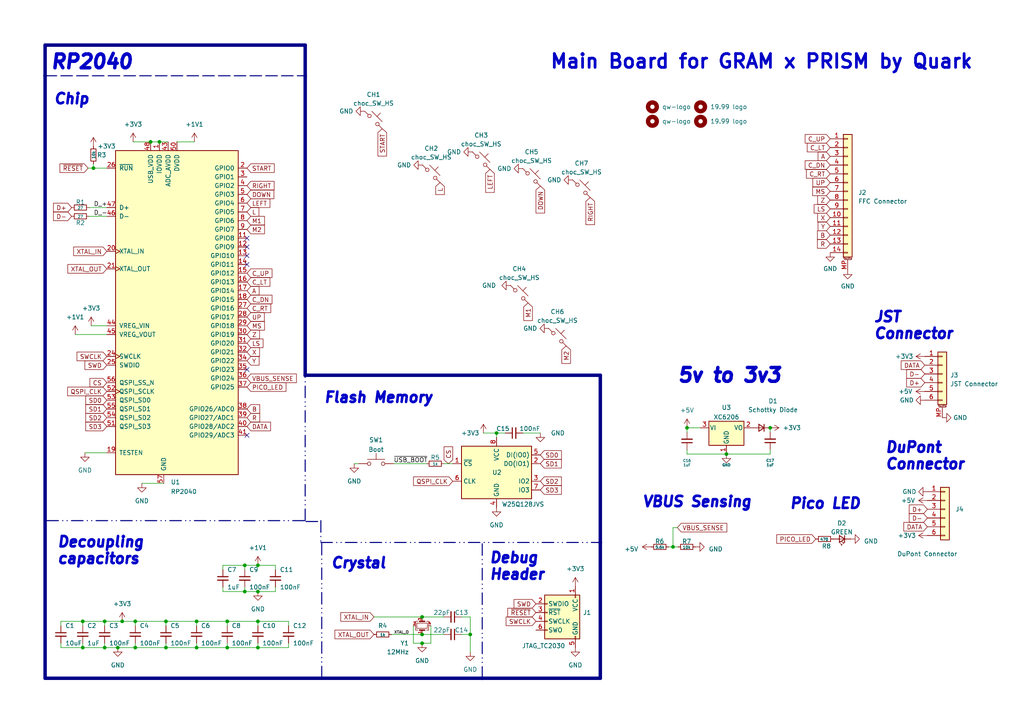
<source format=kicad_sch>
(kicad_sch (version 20230121) (generator eeschema)
  (paper "A4")
  (lib_symbols
    (symbol "Connector_Generic:Conn_01x06" (pin_names (offset 1.016) hide)
      (property "Reference" "J" (at 0 7.62 0))
      (property "Value" "Conn_01x06" (at 0 -10.16 0))
      (symbol "Conn_01x06_1_1"
        (pin passive line (at -5.08 5.08 0) (length 3.81) (name "Pin_1") (number "1"))
        (pin passive line (at -5.08 2.54 0) (length 3.81) (name "Pin_2") (number "2"))
        (pin passive line (at -5.08 0 0) (length 3.81) (name "Pin_3") (number "3"))
        (pin passive line (at -5.08 -2.54 0) (length 3.81) (name "Pin_4") (number "4"))
        (pin passive line (at -5.08 -5.08 0) (length 3.81) (name "Pin_5") (number "5"))
        (pin passive line (at -5.08 -7.62 0) (length 3.81) (name "Pin_6") (number "6"))
      )
    )
    (symbol "Connector_Generic_MountingPin:Conn_01x06_MountingPin" (pin_names (offset 1.016) hide)
      (property "Reference" "J" (at 0 7.62 0))
      (property "Value" "Conn_01x06_MountingPin" (at 1.27 -10.16 0))
      (symbol "Conn_01x06_MountingPin_1_1"
        (text "Mounting" (at 0 -9.271 0) (effects (font (size 0.381 0.381))))
        (pin passive line (at -5.08 5.08 0) (length 3.81) (name "Pin_1") (number "1"))
        (pin passive line (at -5.08 2.54 0) (length 3.81) (name "Pin_2") (number "2"))
        (pin passive line (at -5.08 0 0) (length 3.81) (name "Pin_3") (number "3"))
        (pin passive line (at -5.08 -2.54 0) (length 3.81) (name "Pin_4") (number "4"))
        (pin passive line (at -5.08 -5.08 0) (length 3.81) (name "Pin_5") (number "5"))
        (pin passive line (at -5.08 -7.62 0) (length 3.81) (name "Pin_6") (number "6"))
        (pin passive line (at 0 -12.7 90) (length 3.048) (name "MountPin") (number "MP"))
      )
    )
    (symbol "Connector_Generic_MountingPin:Conn_01x14_MountingPin" (pin_names (offset 1.016) hide)
      (property "Reference" "J" (at 0 17.78 0))
      (property "Value" "Conn_01x14_MountingPin" (at 1.27 -20.32 0))
      (symbol "Conn_01x14_MountingPin_1_1"
        (text "Mounting" (at 0 -19.431 0) (effects (font (size 0.381 0.381))))
        (pin passive line (at -5.08 15.24 0) (length 3.81) (name "Pin_1") (number "1"))
        (pin passive line (at -5.08 -7.62 0) (length 3.81) (name "Pin_10") (number "10"))
        (pin passive line (at -5.08 -10.16 0) (length 3.81) (name "Pin_11") (number "11"))
        (pin passive line (at -5.08 -12.7 0) (length 3.81) (name "Pin_12") (number "12"))
        (pin passive line (at -5.08 -15.24 0) (length 3.81) (name "Pin_13") (number "13"))
        (pin passive line (at -5.08 -17.78 0) (length 3.81) (name "Pin_14") (number "14"))
        (pin passive line (at -5.08 12.7 0) (length 3.81) (name "Pin_2") (number "2"))
        (pin passive line (at -5.08 10.16 0) (length 3.81) (name "Pin_3") (number "3"))
        (pin passive line (at -5.08 7.62 0) (length 3.81) (name "Pin_4") (number "4"))
        (pin passive line (at -5.08 5.08 0) (length 3.81) (name "Pin_5") (number "5"))
        (pin passive line (at -5.08 2.54 0) (length 3.81) (name "Pin_6") (number "6"))
        (pin passive line (at -5.08 0 0) (length 3.81) (name "Pin_7") (number "7"))
        (pin passive line (at -5.08 -2.54 0) (length 3.81) (name "Pin_8") (number "8"))
        (pin passive line (at -5.08 -5.08 0) (length 3.81) (name "Pin_9") (number "9"))
        (pin passive line (at 0 -22.86 90) (length 3.048) (name "MountPin") (number "MP"))
      )
    )
    (symbol "Device:C_Small" (pin_numbers hide) (pin_names (offset 0.254) hide)
      (property "Reference" "C" (at 0.254 1.778 0))
      (property "Value" "C_Small" (at 0.254 -2.032 0))
      (symbol "C_Small_1_1"
        (pin passive line (at 0 2.54 270) (length 2.032) (name "~") (number "1"))
        (pin passive line (at 0 -2.54 90) (length 2.032) (name "~") (number "2"))
      )
    )
    (symbol "Device:Crystal_GND24_Small" (pin_names (offset 1.016) hide)
      (property "Reference" "Y" (at 1.27 4.445 0))
      (property "Value" "Crystal_GND24_Small" (at 1.27 2.54 0))
      (symbol "Crystal_GND24_Small_1_1"
        (pin passive line (at -2.54 0 0) (length 1.27) (name "1") (number "1"))
        (pin passive line (at 0 -2.54 90) (length 0.635) (name "2") (number "2"))
        (pin passive line (at 2.54 0 180) (length 1.27) (name "3") (number "3"))
        (pin passive line (at 0 2.54 270) (length 0.635) (name "4") (number "4"))
      )
    )
    (symbol "Device:D_Small" (pin_numbers hide) (pin_names (offset 0.254) hide)
      (property "Reference" "D" (at -1.27 2.032 0))
      (property "Value" "D_Small" (at -3.81 -2.032 0))
      (symbol "D_Small_1_1"
        (pin passive line (at -2.54 0 0) (length 1.778) (name "K") (number "1"))
        (pin passive line (at 2.54 0 180) (length 1.778) (name "A") (number "2"))
      )
    )
    (symbol "Device:LED_Small" (pin_numbers hide) (pin_names (offset 0.254) hide)
      (property "Reference" "D" (at -1.27 3.175 0))
      (property "Value" "LED_Small" (at -4.445 -2.54 0))
      (symbol "LED_Small_1_1"
        (pin passive line (at -2.54 0 0) (length 1.778) (name "K") (number "1"))
        (pin passive line (at 2.54 0 180) (length 1.778) (name "A") (number "2"))
      )
    )
    (symbol "Device:R_Small" (pin_numbers hide) (pin_names (offset 0.254) hide)
      (property "Reference" "R" (at 0.762 0.508 0))
      (property "Value" "R_Small" (at 0.762 -1.016 0))
      (symbol "R_Small_1_1"
        (pin passive line (at 0 2.54 270) (length 0.762) (name "~") (number "1"))
        (pin passive line (at 0 -2.54 90) (length 0.762) (name "~") (number "2"))
      )
    )
    (symbol "GND_1" (power) (pin_names (offset 0))
      (property "Value" "GND_1" (at 0 -3.81 0))
      (symbol "GND_1_1_1"
        (pin power_in line (at 0 0 270) (length 0) hide (name "GND") (number "1"))
      )
    )
    (symbol "GND_2" (power) (pin_names (offset 0))
      (property "Value" "GND_2" (at 0 -3.81 0))
      (symbol "GND_2_1_1"
        (pin power_in line (at 0 0 270) (length 0) hide (name "GND") (number "1"))
      )
    )
    (symbol "Mechanical:MountingHole" (pin_names (offset 1.016))
      (property "Reference" "H" (at 0 5.08 0))
      (property "Value" "MountingHole" (at 0 3.175 0))
    )
    (symbol "Memory_Flash:W25Q128JVS"
      (property "Reference" "U" (at -8.89 8.89 0))
      (property "Value" "W25Q128JVS" (at 7.62 8.89 0))
      (symbol "W25Q128JVS_1_1"
        (pin input line (at -12.7 2.54 0) (length 2.54) (name "~{CS}") (number "1"))
        (pin bidirectional line (at 12.7 2.54 180) (length 2.54) (name "DO(IO1)") (number "2"))
        (pin bidirectional line (at 12.7 -2.54 180) (length 2.54) (name "IO2") (number "3"))
        (pin power_in line (at 0 -10.16 90) (length 2.54) (name "GND") (number "4"))
        (pin bidirectional line (at 12.7 5.08 180) (length 2.54) (name "DI(IO0)") (number "5"))
        (pin input line (at -12.7 -2.54 0) (length 2.54) (name "CLK") (number "6"))
        (pin bidirectional line (at 12.7 -5.08 180) (length 2.54) (name "IO3") (number "7"))
        (pin power_in line (at 0 10.16 270) (length 2.54) (name "VCC") (number "8"))
      )
    )
    (symbol "PCM_marbastlib-choc:choc_SW_HS" (pin_numbers hide) (pin_names (offset 1.016) hide)
      (property "Reference" "CH" (at 3.048 1.016 0))
      (property "Value" "choc_SW_HS" (at 0 -3.81 0))
      (symbol "choc_SW_HS_0_1"
        (pin passive line (at -2.54 2.54 0) (length 0) (name "1") (number "1"))
        (pin passive line (at 2.54 -2.54 180) (length 0) (name "2") (number "2"))
      )
    )
    (symbol "Regulator_Linear:XC6206PxxxMR" (pin_names (offset 0.254))
      (property "Reference" "U" (at -3.81 3.175 0))
      (property "Value" "XC6206PxxxMR" (at 0 3.175 0))
      (symbol "XC6206PxxxMR_1_1"
        (pin power_in line (at 0 -7.62 90) (length 2.54) (name "GND") (number "1"))
        (pin power_out line (at 7.62 0 180) (length 2.54) (name "VO") (number "2"))
        (pin power_in line (at -7.62 0 0) (length 2.54) (name "VI") (number "3"))
      )
    )
    (symbol "Sleep-lib:RP2040" (pin_names (offset 1.016))
      (property "Reference" "U" (at 8.89 51.435 0))
      (property "Value" "RP2040" (at 8.89 48.895 0))
      (symbol "RP2040_1_1"
        (pin power_in line (at -5.08 50.8 270) (length 2.54) (name "IOVDD") (number "1"))
        (pin power_in line (at -5.08 50.8 270) (length 2.54) hide (name "IOVDD") (number "10"))
        (pin input line (at 20.32 22.86 180) (length 2.54) (name "GPIO8") (number "11"))
        (pin input line (at 20.32 20.32 180) (length 2.54) (name "GPIO9") (number "12"))
        (pin input line (at 20.32 17.78 180) (length 2.54) (name "GPIO10") (number "13"))
        (pin input line (at 20.32 15.24 180) (length 2.54) (name "GPIO11") (number "14"))
        (pin input line (at 20.32 12.7 180) (length 2.54) (name "GPIO12") (number "15"))
        (pin input line (at 20.32 10.16 180) (length 2.54) (name "GPIO13") (number "16"))
        (pin input line (at 20.32 7.62 180) (length 2.54) (name "GPIO14") (number "17"))
        (pin input line (at 20.32 5.08 180) (length 2.54) (name "GPIO15") (number "18"))
        (pin input line (at -20.32 -39.37 0) (length 2.54) (name "TESTEN") (number "19"))
        (pin input line (at 20.32 43.18 180) (length 2.54) (name "GPIO0") (number "2"))
        (pin input clock (at -20.32 19.05 0) (length 2.54) (name "XTAL_IN") (number "20"))
        (pin input clock (at -20.32 13.97 0) (length 2.54) (name "XTAL_OUT") (number "21"))
        (pin power_in line (at -5.08 50.8 270) (length 2.54) hide (name "IOVDD") (number "22"))
        (pin power_in line (at 0 50.8 270) (length 2.54) hide (name "DVDD") (number "23"))
        (pin input clock (at -20.32 -11.43 0) (length 2.54) (name "SWCLK") (number "24"))
        (pin bidirectional line (at -20.32 -13.97 0) (length 2.54) (name "SWDIO") (number "25"))
        (pin input line (at -20.32 43.18 0) (length 2.54) (name "~{RUN}") (number "26"))
        (pin input line (at 20.32 2.54 180) (length 2.54) (name "GPIO16") (number "27"))
        (pin input line (at 20.32 0 180) (length 2.54) (name "GPIO17") (number "28"))
        (pin input line (at 20.32 -2.54 180) (length 2.54) (name "GPIO18") (number "29"))
        (pin input line (at 20.32 40.64 180) (length 2.54) (name "GPIO1") (number "3"))
        (pin input line (at 20.32 -5.08 180) (length 2.54) (name "GPIO19") (number "30"))
        (pin input line (at 20.32 -7.62 180) (length 2.54) (name "GPIO20") (number "31"))
        (pin input line (at 20.32 -10.16 180) (length 2.54) (name "GPIO21") (number "32"))
        (pin power_in line (at -5.08 50.8 270) (length 2.54) hide (name "IOVDD") (number "33"))
        (pin input line (at 20.32 -12.7 180) (length 2.54) (name "GPIO22") (number "34"))
        (pin input line (at 20.32 -15.24 180) (length 2.54) (name "GPIO23") (number "35"))
        (pin input line (at 20.32 -17.78 180) (length 2.54) (name "GPIO24") (number "36"))
        (pin input line (at 20.32 -20.32 180) (length 2.54) (name "GPIO25") (number "37"))
        (pin input line (at 20.32 -26.67 180) (length 2.54) (name "GPIO26/ADC0") (number "38"))
        (pin input line (at 20.32 -29.21 180) (length 2.54) (name "GPIO27/ADC1") (number "39"))
        (pin input line (at 20.32 38.1 180) (length 2.54) (name "GPIO2") (number "4"))
        (pin input line (at 20.32 -31.75 180) (length 2.54) (name "GPIO28/ADC2") (number "40"))
        (pin input line (at 20.32 -34.29 180) (length 2.54) (name "GPIO29/ADC3") (number "41"))
        (pin power_in line (at -5.08 50.8 270) (length 2.54) hide (name "IOVDD") (number "42"))
        (pin power_in line (at -2.54 50.8 270) (length 2.54) (name "ADC_AVDD") (number "43"))
        (pin power_in line (at -20.32 -2.54 0) (length 2.54) (name "VREG_VIN") (number "44"))
        (pin power_out line (at -20.32 -5.08 0) (length 2.54) (name "VREG_VOUT") (number "45"))
        (pin bidirectional line (at -20.32 29.21 0) (length 2.54) (name "D-") (number "46"))
        (pin bidirectional line (at -20.32 31.75 0) (length 2.54) (name "D+") (number "47"))
        (pin power_in line (at -7.62 50.8 270) (length 2.54) (name "USB_VDD") (number "48"))
        (pin power_in line (at -5.08 50.8 270) (length 2.54) hide (name "IOVDD") (number "49"))
        (pin input line (at 20.32 35.56 180) (length 2.54) (name "GPIO3") (number "5"))
        (pin power_in line (at 0 50.8 270) (length 2.54) (name "DVDD") (number "50"))
        (pin bidirectional line (at -20.32 -31.75 0) (length 2.54) (name "QSPI_SD3") (number "51"))
        (pin input clock (at -20.32 -21.59 0) (length 2.54) (name "QSPI_SCLK") (number "52"))
        (pin bidirectional line (at -20.32 -24.13 0) (length 2.54) (name "QSPI_SD0") (number "53"))
        (pin bidirectional line (at -20.32 -29.21 0) (length 2.54) (name "QSPI_SD2") (number "54"))
        (pin bidirectional line (at -20.32 -26.67 0) (length 2.54) (name "QSPI_SD1") (number "55"))
        (pin bidirectional line (at -20.32 -19.05 0) (length 2.54) (name "QSPI_SS_N") (number "56"))
        (pin power_in line (at -3.81 -48.26 90) (length 2.54) (name "GND") (number "57"))
        (pin input line (at 20.32 33.02 180) (length 2.54) (name "GPIO4") (number "6"))
        (pin input line (at 20.32 30.48 180) (length 2.54) (name "GPIO5") (number "7"))
        (pin input line (at 20.32 27.94 180) (length 2.54) (name "GPIO6") (number "8"))
        (pin input line (at 20.32 25.4 180) (length 2.54) (name "GPIO7") (number "9"))
      )
    )
    (symbol "Switch:SW_Push" (pin_numbers hide) (pin_names (offset 1.016) hide)
      (property "Reference" "SW" (at 1.27 2.54 0))
      (property "Value" "SW_Push" (at 0 -1.524 0))
      (symbol "SW_Push_0_1"
        (pin passive line (at -5.08 0 0) (length 2.54) (name "1") (number "1"))
        (pin passive line (at 5.08 0 180) (length 2.54) (name "2") (number "2"))
      )
    )
    (symbol "marbastlib-various:JTAG_TC2030" (pin_names (offset 1.016))
      (property "Reference" "J" (at -3.81 -6.35 0))
      (property "Value" "JTAG_TC2030" (at -10.16 8.89 0))
      (symbol "JTAG_TC2030_1_1"
        (pin passive line (at 5.08 10.16 270) (length 2.54) (name "VCC") (number "1"))
        (pin passive line (at -6.35 5.08 0) (length 2.54) (name "SWDIO") (number "2"))
        (pin passive line (at -6.35 2.54 0) (length 2.54) (name "~{RST}") (number "3"))
        (pin passive line (at -6.35 0 0) (length 2.54) (name "SWCLK") (number "4"))
        (pin passive line (at 5.08 -7.62 90) (length 2.54) (name "GND") (number "5"))
        (pin passive line (at -6.35 -2.54 0) (length 2.54) (name "SWO") (number "6"))
      )
    )
    (symbol "power:+1V1" (power) (pin_names (offset 0))
      (property "Value" "+1V1" (at 0 3.556 0))
      (symbol "+1V1_1_1"
        (pin power_in line (at 0 0 90) (length 0) hide (name "+1V1") (number "1"))
      )
    )
    (symbol "power:+3.3V" (power) (pin_names (offset 0))
      (property "Value" "+3.3V" (at 0 3.556 0))
      (symbol "+3.3V_1_1"
        (pin power_in line (at 0 0 90) (length 0) hide (name "+3V3") (number "1"))
      )
    )
    (symbol "power:+3V3" (power) (pin_names (offset 0))
      (property "Value" "+3V3" (at 0 3.556 0))
      (symbol "+3V3_1_1"
        (pin power_in line (at 0 0 90) (length 0) hide (name "+3V3") (number "1"))
      )
    )
    (symbol "power:+5V" (power) (pin_names (offset 0))
      (property "Value" "+5V" (at 0 3.556 0))
      (symbol "+5V_1_1"
        (pin power_in line (at 0 0 90) (length 0) hide (name "+5V") (number "1"))
      )
    )
    (symbol "power:GND" (power) (pin_names (offset 0))
      (property "Value" "GND" (at 0 -3.81 0))
      (symbol "GND_1_1"
        (pin power_in line (at 0 0 270) (length 0) hide (name "GND") (number "1"))
      )
    )
  )
  (junction (at 223.393 124.079))
  (junction (at 199.263 124.079) (diameter 0.9144))
  (junction (at 30.353 187.833))
  (junction (at 74.803 187.833))
  (junction (at 65.913 180.213))
  (junction (at 88.519 21.971))
  (junction (at 144.018 125.603))
  (junction (at 174.117 157.3361))
  (junction (at 70.993 171.577))
  (junction (at 57.023 187.833))
  (junction (at 74.803 180.213))
  (junction (at 210.693 131.699) (diameter 0.9144))
  (junction (at 48.133 180.213))
  (junction (at 48.133 187.833))
  (junction (at 136.398 184.023))
  (junction (at 65.913 187.833))
  (junction (at 57.023 180.213))
  (junction (at 46.228 41.148))
  (junction (at 70.993 163.957))
  (junction (at 13.081 21.971))
  (junction (at 195.199 158.623))
  (junction (at 43.688 41.148))
  (junction (at 27.0952 48.768))
  (junction (at 24.003 187.833))
  (junction (at 24.003 180.213))
  (junction (at 122.428 186.563))
  (junction (at 122.428 184.023))
  (junction (at 34.163 187.833))
  (junction (at 139.874 196.723))
  (junction (at 35.433 180.213))
  (junction (at 74.803 171.577))
  (junction (at 88.519 108.839))
  (junction (at 39.243 187.833))
  (junction (at 122.428 178.943))
  (junction (at 74.803 163.957))
  (junction (at 39.243 180.213))
  (junction (at 30.353 180.213))
  (no_connect (at 71.628 126.238))
  (no_connect (at 71.628 69.088))
  (no_connect (at 71.628 71.628))
  (no_connect (at 71.628 76.708))
  (no_connect (at 71.628 107.188))
  (no_connect (at 71.628 74.168))
  (wire (pts (xy 210.693 131.699) (xy 223.393 131.699)))
  (wire (pts (xy 74.803 171.577) (xy 79.883 171.577)))
  (bus (pts (xy 139.874 196.723) (xy 174.117 196.723)) (stroke (width 1)))
  (wire (pts (xy 136.398 184.023) (xy 133.858 184.023)))
  (wire (pts (xy 48.133 187.833) (xy 48.133 186.563)))
  (bus (pts (xy 13.081 196.723) (xy 139.874 196.723)) (stroke (width 1)))
  (wire (pts (xy 70.993 171.577) (xy 74.803 171.577)))
  (bus (pts (xy 13.081 21.971) (xy 13.081 196.723)) (stroke (width 1)))
  (bus (pts (xy 93.0582 151.003) (xy 93.0582 157.3361)) (stroke (width 0) (type dash_dot_dot)))
  (wire (pts (xy 38.608 41.148) (xy 43.688 41.148)))
  (wire (pts (xy 195.199 158.623) (xy 196.6468 158.623)))
  (bus (pts (xy 88.519 13.081) (xy 88.519 21.971)) (stroke (width 1)))
  (wire (pts (xy 74.803 180.213) (xy 83.693 180.213)))
  (wire (pts (xy 70.993 163.957) (xy 70.993 165.227)))
  (bus (pts (xy 174.117 157.3361) (xy 174.117 157.353)))
  (wire (pts (xy 43.688 41.148) (xy 46.228 41.148)))
  (wire (pts (xy 51.308 41.148) (xy 56.388 41.148)))
  (wire (pts (xy 124.968 181.483) (xy 124.968 186.563)))
  (bus (pts (xy 88.519 21.971) (xy 88.519 108.839)) (stroke (width 1)))
  (wire (pts (xy 30.988 97.028) (xy 21.8186 97.028)))
  (wire (pts (xy 79.883 163.957) (xy 79.883 165.227)))
  (wire (pts (xy 223.393 130.4036) (xy 223.393 131.699)))
  (wire (pts (xy 74.803 163.957) (xy 79.883 163.957)))
  (wire (pts (xy 34.163 187.833) (xy 39.243 187.833)))
  (wire (pts (xy 65.913 180.213) (xy 74.803 180.213)))
  (wire (pts (xy 199.263 130.429) (xy 199.263 131.699)))
  (wire (pts (xy 17.653 180.213) (xy 24.003 180.213)))
  (wire (pts (xy 119.888 181.483) (xy 119.888 186.563)))
  (wire (pts (xy 133.858 178.943) (xy 136.398 178.943)))
  (wire (pts (xy 79.883 171.577) (xy 79.883 170.307)))
  (wire (pts (xy 27.0952 47.498) (xy 27.0952 48.768)))
  (wire (pts (xy 102.743 134.493) (xy 104.013 134.493)))
  (wire (pts (xy 144.018 125.603) (xy 144.018 126.873)))
  (bus (pts (xy 93.3122 157.5901) (xy 93.3122 196.977)) (stroke (width 0) (type dash_dot_dot)))
  (wire (pts (xy 74.803 180.213) (xy 74.803 181.483)))
  (wire (pts (xy 128.778 134.493) (xy 131.318 134.493)))
  (wire (pts (xy 140.208 125.603) (xy 144.018 125.603)))
  (wire (pts (xy 151.638 125.603) (xy 156.718 125.603)))
  (wire (pts (xy 46.228 41.148) (xy 48.768 41.148)))
  (wire (pts (xy 108.458 178.943) (xy 122.428 178.943)))
  (wire (pts (xy 57.023 180.213) (xy 65.913 180.213)))
  (wire (pts (xy 64.643 163.957) (xy 64.643 165.227)))
  (wire (pts (xy 39.243 187.833) (xy 48.133 187.833)))
  (bus (pts (xy 139.874 196.723) (xy 139.874 157.353)) (stroke (width 0) (type dash_dot_dot)))
  (wire (pts (xy 30.353 186.563) (xy 30.353 187.833)))
  (bus (pts (xy 88.519 151.003) (xy 88.519 108.839)) (stroke (width 0) (type dash_dot_dot)))
  (bus (pts (xy 13.081 13.081) (xy 13.081 21.971)) (stroke (width 1)))
  (wire (pts (xy 128.778 184.023) (xy 122.428 184.023)))
  (wire (pts (xy 70.993 170.307) (xy 70.993 171.577)))
  (wire (pts (xy 17.653 187.833) (xy 24.003 187.833)))
  (wire (pts (xy 17.653 181.483) (xy 17.653 180.213)))
  (wire (pts (xy 210.693 131.699) (xy 199.263 131.699)))
  (wire (pts (xy 25.5523 48.768) (xy 27.0952 48.768)))
  (wire (pts (xy 136.398 178.943) (xy 136.398 184.023)))
  (wire (pts (xy 74.803 187.833) (xy 83.693 187.833)))
  (bus (pts (xy 174.117 157.3361) (xy 174.117 108.839)) (stroke (width 1)))
  (wire (pts (xy 25.8572 62.738) (xy 30.988 62.738)))
  (wire (pts (xy 24.003 187.833) (xy 30.353 187.833)))
  (wire (pts (xy 57.023 186.563) (xy 57.023 187.833)))
  (wire (pts (xy 119.888 186.563) (xy 122.428 186.563)))
  (wire (pts (xy 39.243 187.833) (xy 39.243 186.563)))
  (wire (pts (xy 48.133 187.833) (xy 57.023 187.833)))
  (bus (pts (xy 13.081 21.971) (xy 88.519 21.971)) (stroke (width 0) (type dash)))
  (wire (pts (xy 83.693 180.213) (xy 83.693 181.483)))
  (wire (pts (xy 24.003 180.213) (xy 24.003 181.483)))
  (wire (pts (xy 65.913 187.833) (xy 74.803 187.833)))
  (wire (pts (xy 136.398 184.023) (xy 136.398 189.103)))
  (bus (pts (xy 13.589 151.003) (xy 88.519 151.003)) (stroke (width 0) (type dash_dot_dot)))
  (wire (pts (xy 39.243 180.213) (xy 48.133 180.213)))
  (wire (pts (xy 74.803 187.833) (xy 74.803 186.563)))
  (wire (pts (xy 48.133 180.213) (xy 57.023 180.213)))
  (wire (pts (xy 65.913 180.213) (xy 65.913 181.483)))
  (wire (pts (xy 70.993 163.957) (xy 64.643 163.957)))
  (wire (pts (xy 30.353 180.213) (xy 30.353 181.483)))
  (wire (pts (xy 27.0952 48.768) (xy 30.988 48.768)))
  (bus (pts (xy 88.519 108.839) (xy 174.117 108.839)) (stroke (width 1)))
  (wire (pts (xy 65.913 186.563) (xy 65.913 187.833)))
  (wire (pts (xy 57.023 187.833) (xy 65.913 187.833)))
  (wire (pts (xy 199.263 124.079) (xy 199.263 125.349)))
  (wire (pts (xy 195.199 153.035) (xy 195.199 158.623)))
  (wire (pts (xy 144.018 125.603) (xy 146.558 125.603)))
  (wire (pts (xy 74.803 163.957) (xy 70.993 163.957)))
  (wire (pts (xy 199.263 124.079) (xy 203.073 124.079)))
  (wire (pts (xy 57.023 180.213) (xy 57.023 181.483)))
  (wire (pts (xy 114.173 134.493) (xy 123.698 134.493)))
  (wire (pts (xy 30.353 187.833) (xy 34.163 187.833)))
  (wire (pts (xy 48.133 180.213) (xy 48.133 181.483)))
  (wire (pts (xy 26.4414 94.488) (xy 30.988 94.488)))
  (wire (pts (xy 35.433 180.213) (xy 39.243 180.213)))
  (wire (pts (xy 39.243 180.213) (xy 39.243 181.483)))
  (wire (pts (xy 41.148 140.208) (xy 47.498 140.208)))
  (wire (pts (xy 30.353 180.213) (xy 35.433 180.213)))
  (wire (pts (xy 193.929 158.623) (xy 195.199 158.623)))
  (wire (pts (xy 25.8572 60.198) (xy 30.988 60.198)))
  (wire (pts (xy 17.653 186.563) (xy 17.653 187.833)))
  (wire (pts (xy 64.643 170.307) (xy 64.643 171.577)))
  (bus (pts (xy 93.0582 157.3361) (xy 174.117 157.3361)) (stroke (width 0) (type dash_dot_dot)))
  (wire (pts (xy 223.393 125.3236) (xy 223.393 124.079)))
  (wire (pts (xy 64.643 171.577) (xy 70.993 171.577)))
  (wire (pts (xy 122.428 184.023) (xy 113.538 184.023)))
  (wire (pts (xy 24.003 186.563) (xy 24.003 187.833)))
  (wire (pts (xy 196.469 153.035) (xy 195.199 153.035)))
  (wire (pts (xy 30.353 180.213) (xy 24.003 180.213)))
  (wire (pts (xy 24.638 131.318) (xy 30.988 131.318)))
  (wire (pts (xy 128.778 178.943) (xy 122.428 178.943)))
  (bus (pts (xy 13.081 13.081) (xy 88.519 13.081)) (stroke (width 1)))
  (bus (pts (xy 174.117 196.723) (xy 174.117 157.3361)) (stroke (width 1)))
  (wire (pts (xy 83.693 187.833) (xy 83.693 186.563)))
  (bus (pts (xy 88.773 151.257) (xy 93.3122 151.257)) (stroke (width 0) (type dash_dot_dot)))
  (wire (pts (xy 124.968 186.563) (xy 122.428 186.563)))
  (text "Debug\nHeader" (at 141.732 168.529 0) (effects (font (size 3 3) (thickness 2) bold italic) (justify left bottom)))
  (text "5v to 3v3" (at 196.215 111.379 0) (effects (font (size 4 4) (thickness 2) bold italic) (justify left bottom)))
  (text "Chip" (at 15.367 30.607 0) (effects (font (size 3 3) (thickness 2) bold italic) (justify left bottom)))
  (text "Pico LED" (at 228.8032 147.955 0) (effects (font (size 3 3) (thickness 2) bold italic) (justify left bottom)))
  (text "Main Board for GRAM x PRISM by Quark" (at 282.448 20.32 0) (effects (font (size 4 4) (thickness 0.8) bold) (justify right bottom)))
  (text "JST\nConnector" (at 253.238 98.679 0) (effects (font (size 3 3) (thickness 2) bold italic) (justify left bottom)))
  (text "Flash Memory" (at 93.726 117.221 0) (effects (font (size 3 3) (thickness 2) bold italic) (justify left bottom)))
  (text "Decoupling\ncapacitors" (at 16.383 163.957 0) (effects (font (size 3 3) (thickness 2) bold italic) (justify left bottom)))
  (text "VBUS Sensing" (at 186.055 147.447 0) (effects (font (size 3 3) (thickness 2) bold italic) (justify left bottom)))
  (text "Crystal" (at 95.758 165.227 0) (effects (font (size 3 3) (thickness 2) bold italic) (justify left bottom)))
  (text "RP2040" (at 14.351 20.447 0) (effects (font (size 4 4) (thickness 2) bold italic) (justify left bottom)))
  (text "DuPont\nConnector" (at 256.54 136.525 0) (effects (font (size 3 3) (thickness 2) bold italic) (justify left bottom)))
  (label "D_-" (at 27.178 62.738 0))
  (label "D_+" (at 27.178 60.198 0))
  (label "~{USB_BOOT}" (at 114.173 134.493 0))
  (label "XTAL_O" (at 118.618 184.023 180) (effects (font (size 0.8 0.8))))
  (global_label "RIGHT" (shape input) (at 71.628 53.848 0) (property "Intersheetrefs" "${INTERSHEET_REFS}" (effects hide)))
  (global_label "C_LT" (shape input) (at 240.792 42.799 180) (property "Intersheetrefs" "${INTERSHEET_REFS}" (effects hide)))
  (global_label "DOWN" (shape input) (at 71.628 56.388 0) (property "Intersheetrefs" "${INTERSHEET_REFS}" (effects hide)))
  (global_label "START" (shape input) (at 71.628 48.768 0) (property "Intersheetrefs" "${INTERSHEET_REFS}" (effects hide)))
  (global_label "C_UP" (shape input) (at 240.792 40.259 180) (property "Intersheetrefs" "${INTERSHEET_REFS}" (effects hide)))
  (global_label "D+" (shape input) (at 268.224 110.998 180) (property "Intersheetrefs" "${INTERSHEET_REFS}" (effects hide)))
  (global_label "LS" (shape input) (at 71.628 99.568 0) (property "Intersheetrefs" "${INTERSHEET_REFS}" (effects hide)))
  (global_label "DOWN" (shape input) (at 156.718 53.975 270) (property "Intersheetrefs" "${INTERSHEET_REFS}" (effects hide)))
  (global_label "C_DN" (shape input) (at 71.628 86.868 0) (property "Intersheetrefs" "${INTERSHEET_REFS}" (effects hide)))
  (global_label "X" (shape input) (at 240.792 63.119 180) (property "Intersheetrefs" "${INTERSHEET_REFS}" (effects hide)))
  (global_label "D+" (shape input) (at 268.986 147.701 180) (property "Intersheetrefs" "${INTERSHEET_REFS}" (effects hide)))
  (global_label "DATA" (shape input) (at 268.986 152.781 180) (property "Intersheetrefs" "${INTERSHEET_REFS}" (effects hide)))
  (global_label "START" (shape input) (at 110.871 37.338 270) (property "Intersheetrefs" "${INTERSHEET_REFS}" (effects hide)))
  (global_label "UP" (shape input) (at 71.628 91.948 0) (property "Intersheetrefs" "${INTERSHEET_REFS}" (effects hide)))
  (global_label "C_RT" (shape input) (at 71.628 89.408 0) (property "Intersheetrefs" "${INTERSHEET_REFS}" (effects hide)))
  (global_label "Y" (shape input) (at 71.628 104.648 0) (property "Intersheetrefs" "${INTERSHEET_REFS}" (effects hide)))
  (global_label "SD0" (shape input) (at 30.988 116.078 180) (property "Intersheetrefs" "${INTERSHEET_REFS}" (effects hide)))
  (global_label "C_RT" (shape input) (at 240.792 50.419 180) (property "Intersheetrefs" "${INTERSHEET_REFS}" (effects hide)))
  (global_label "SD3" (shape input) (at 30.988 123.698 180) (property "Intersheetrefs" "${INTERSHEET_REFS}" (effects hide)))
  (global_label "SWD" (shape input) (at 30.988 105.918 180) (property "Intersheetrefs" "${INTERSHEET_REFS}" (effects hide)))
  (global_label "PICO_LED" (shape input) (at 71.628 112.268 0) (property "Intersheetrefs" "${INTERSHEET_REFS}" (effects hide)))
  (global_label "SD1" (shape input) (at 156.718 134.493 0) (property "Intersheetrefs" "${INTERSHEET_REFS}" (effects hide)))
  (global_label "DATA" (shape input) (at 268.224 105.918 180) (property "Intersheetrefs" "${INTERSHEET_REFS}" (effects hide)))
  (global_label "XTAL_OUT" (shape input) (at 30.988 77.978 180) (property "Intersheetrefs" "${INTERSHEET_REFS}" (effects hide)))
  (global_label "LEFT" (shape input) (at 142.113 49.149 270) (property "Intersheetrefs" "${INTERSHEET_REFS}" (effects hide)))
  (global_label "RIGHT" (shape input) (at 171.196 57.277 270) (property "Intersheetrefs" "${INTERSHEET_REFS}" (effects hide)))
  (global_label "M1" (shape input) (at 71.628 64.008 0) (property "Intersheetrefs" "${INTERSHEET_REFS}" (effects hide)))
  (global_label "A" (shape input) (at 240.792 45.339 180) (property "Intersheetrefs" "${INTERSHEET_REFS}" (effects hide)))
  (global_label "Y" (shape input) (at 240.792 65.659 180) (property "Intersheetrefs" "${INTERSHEET_REFS}" (effects hide)))
  (global_label "D-" (shape input) (at 268.224 108.458 180) (property "Intersheetrefs" "${INTERSHEET_REFS}" (effects hide)))
  (global_label "UP" (shape input) (at 240.792 52.959 180) (property "Intersheetrefs" "${INTERSHEET_REFS}" (effects hide)))
  (global_label "R" (shape input) (at 71.628 121.158 0) (property "Intersheetrefs" "${INTERSHEET_REFS}" (effects hide)))
  (global_label "M2" (shape input) (at 164.211 100.33 270) (property "Intersheetrefs" "${INTERSHEET_REFS}" (effects hide)))
  (global_label "D-" (shape input) (at 20.7772 62.738 180) (property "Intersheetrefs" "${INTERSHEET_REFS}" (effects hide)))
  (global_label "D-" (shape input) (at 268.986 150.241 180) (property "Intersheetrefs" "${INTERSHEET_REFS}" (effects hide)))
  (global_label "C_UP" (shape input) (at 71.628 79.248 0) (property "Intersheetrefs" "${INTERSHEET_REFS}" (effects hide)))
  (global_label "SWD" (shape input) (at 155.448 175.133 180) (property "Intersheetrefs" "${INTERSHEET_REFS}" (effects hide)))
  (global_label "B" (shape input) (at 71.628 118.618 0) (property "Intersheetrefs" "${INTERSHEET_REFS}" (effects hide)))
  (global_label "M2" (shape input) (at 71.628 66.548 0) (property "Intersheetrefs" "${INTERSHEET_REFS}" (effects hide)))
  (global_label "SD1" (shape input) (at 30.988 118.618 180) (property "Intersheetrefs" "${INTERSHEET_REFS}" (effects hide)))
  (global_label "M1" (shape input) (at 153.162 87.884 270) (property "Intersheetrefs" "${INTERSHEET_REFS}" (effects hide)))
  (global_label "~{RESET}" (shape input) (at 155.448 177.673 180) (property "Intersheetrefs" "${INTERSHEET_REFS}" (effects hide)))
  (global_label "QSPI_CLK" (shape input) (at 30.988 113.538 180) (property "Intersheetrefs" "${INTERSHEET_REFS}" (effects hide)))
  (global_label "LS" (shape input) (at 240.792 60.579 180) (property "Intersheetrefs" "${INTERSHEET_REFS}" (effects hide)))
  (global_label "SWCLK" (shape input) (at 155.448 180.213 180) (property "Intersheetrefs" "${INTERSHEET_REFS}" (effects hide)))
  (global_label "B" (shape input) (at 240.792 68.199 180) (property "Intersheetrefs" "${INTERSHEET_REFS}" (effects hide)))
  (global_label "SD2" (shape input) (at 30.988 121.158 180) (property "Intersheetrefs" "${INTERSHEET_REFS}" (effects hide)))
  (global_label "XTAL_OUT" (shape input) (at 108.458 184.023 180) (property "Intersheetrefs" "${INTERSHEET_REFS}" (effects hide)))
  (global_label "SD3" (shape input) (at 156.718 142.113 0) (property "Intersheetrefs" "${INTERSHEET_REFS}" (effects hide)))
  (global_label "~{RESET}" (shape input) (at 25.5523 48.768 180) (property "Intersheetrefs" "${INTERSHEET_REFS}" (effects hide)))
  (global_label "QSPI_CLK" (shape input) (at 131.318 139.573 180) (property "Intersheetrefs" "${INTERSHEET_REFS}" (effects hide)))
  (global_label "Z" (shape input) (at 71.628 97.028 0) (property "Intersheetrefs" "${INTERSHEET_REFS}" (effects hide)))
  (global_label "PICO_LED" (shape input) (at 236.601 156.337 180) (property "Intersheetrefs" "${INTERSHEET_REFS}" (effects hide)))
  (global_label "VBUS_SENSE" (shape input) (at 71.628 109.728 0) (property "Intersheetrefs" "${INTERSHEET_REFS}" (effects hide)))
  (global_label "D+" (shape input) (at 20.7772 60.198 180) (property "Intersheetrefs" "${INTERSHEET_REFS}" (effects hide)))
  (global_label "L" (shape input) (at 71.628 61.468 0) (property "Intersheetrefs" "${INTERSHEET_REFS}" (effects hide)))
  (global_label "X" (shape input) (at 71.628 102.108 0) (property "Intersheetrefs" "${INTERSHEET_REFS}" (effects hide)))
  (global_label "C_DN" (shape input) (at 240.792 47.879 180) (property "Intersheetrefs" "${INTERSHEET_REFS}" (effects hide)))
  (global_label "C_LT" (shape input) (at 71.628 81.788 0) (property "Intersheetrefs" "${INTERSHEET_REFS}" (effects hide)))
  (global_label "Z" (shape input) (at 240.792 58.039 180) (property "Intersheetrefs" "${INTERSHEET_REFS}" (effects hide)))
  (global_label "MS" (shape input) (at 240.792 55.499 180) (property "Intersheetrefs" "${INTERSHEET_REFS}" (effects hide)))
  (global_label "XTAL_IN" (shape input) (at 108.458 178.943 180) (property "Intersheetrefs" "${INTERSHEET_REFS}" (effects hide)))
  (global_label "A" (shape input) (at 71.628 84.328 0) (property "Intersheetrefs" "${INTERSHEET_REFS}" (effects hide)))
  (global_label "DATA" (shape input) (at 71.628 123.698 0) (property "Intersheetrefs" "${INTERSHEET_REFS}" (effects hide)))
  (global_label "CS" (shape input) (at 130.048 134.493 90) (property "Intersheetrefs" "${INTERSHEET_REFS}" (effects hide)))
  (global_label "SWCLK" (shape input) (at 30.988 103.378 180) (property "Intersheetrefs" "${INTERSHEET_REFS}" (effects hide)))
  (global_label "MS" (shape input) (at 71.628 94.488 0) (property "Intersheetrefs" "${INTERSHEET_REFS}" (effects hide)))
  (global_label "R" (shape input) (at 240.792 70.739 180) (property "Intersheetrefs" "${INTERSHEET_REFS}" (effects hide)))
  (global_label "CS" (shape input) (at 30.988 110.998 180) (property "Intersheetrefs" "${INTERSHEET_REFS}" (effects hide)))
  (global_label "VBUS_SENSE" (shape input) (at 196.469 153.035 0) (property "Intersheetrefs" "${INTERSHEET_REFS}" (effects hide)))
  (global_label "L" (shape input) (at 127.635 52.959 270) (property "Intersheetrefs" "${INTERSHEET_REFS}" (effects hide)))
  (global_label "LEFT" (shape input) (at 71.628 58.928 0) (property "Intersheetrefs" "${INTERSHEET_REFS}" (effects hide)))
  (global_label "SD0" (shape input) (at 156.718 131.953 0) (property "Intersheetrefs" "${INTERSHEET_REFS}" (effects hide)))
  (global_label "SD2" (shape input) (at 156.718 139.573 0) (property "Intersheetrefs" "${INTERSHEET_REFS}" (effects hide)))
  (global_label "XTAL_IN" (shape input) (at 30.988 72.898 180) (property "Intersheetrefs" "${INTERSHEET_REFS}" (effects hide)))
  (symbol (lib_id "power:GND") (at 201.7268 158.623 90) (unit 1)
    (property "Reference" "#PWR029" (effects hide))
    (property "Value" "GND" (at 205.5368 159.258 90) (effects (justify right)))
  )
  (symbol (lib_name "GND_1") (lib_id "power:GND") (at 273.304 121.158 90) (mirror x) (unit 1)
    (property "Reference" "#PWR041" (effects hide))
    (property "Value" "GND" (at 276.479 121.158 90) (effects (justify right)))
  )
  (symbol (lib_id "power:GND") (at 122.555 47.879 270) (unit 1)
    (property "Reference" "#PWR015" (effects hide))
    (property "Value" "GND" (at 119.253 47.879 90) (effects (justify right)))
  )
  (symbol (lib_id "power:+3.3V") (at 268.986 155.321 90) (unit 1)
    (property "Reference" "#PWR040" (effects hide))
    (property "Value" "+3.3V" (at 265.684 155.321 90) (effects (justify left)))
  )
  (symbol (lib_id "power:+1V1") (at 21.8186 97.028 0) (unit 1)
    (property "Reference" "#PWR01" (effects hide))
    (property "Value" "+1V1" (at 21.8186 91.948 0))
  )
  (symbol (lib_id "PCM_marbastlib-choc:choc_SW_HS") (at 154.178 51.435 0) (unit 1)
    (property "Reference" "CH5" (at 154.178 44.069 0))
    (property "Value" "choc_SW_HS" (at 154.178 46.609 0))
    (property "Footprint" "PCM_marbastlib-choc:SW_choc_v1_HS_1u" (effects hide))
  )
  (symbol (lib_id "power:GND") (at 148.082 82.804 270) (unit 1)
    (property "Reference" "#PWR020" (effects hide))
    (property "Value" "GND" (at 143.891 82.804 90) (effects (justify right)))
  )
  (symbol (lib_id "power:GND") (at 34.163 187.833 0) (unit 1)
    (property "Reference" "#PWR05" (effects hide))
    (property "Value" "GND" (at 34.163 192.913 0))
  )
  (symbol (lib_id "Device:LED_Small") (at 244.221 156.337 180) (unit 1)
    (property "Reference" "D2" (at 244.1575 151.765 0))
    (property "Value" "GREEN" (at 244.1575 154.305 0))
    (property "Footprint" "LED_SMD:LED_0805_2012Metric" (effects hide))
    (property "LCSC" "C2297" (effects hide))
  )
  (symbol (lib_id "power:GND") (at 102.743 134.493 0) (unit 1)
    (property "Reference" "#PWR012" (effects hide))
    (property "Value" "GND" (at 102.743 139.573 0))
  )
  (symbol (lib_id "Device:C_Small") (at 223.393 127.8636 180) (unit 1)
    (property "Reference" "C17" (at 223.393 133.5786 0) (effects (font (size 0.762 0.762))))
    (property "Value" "1uF" (at 223.393 134.8486 0) (effects (font (size 0.762 0.762))))
    (property "Footprint" "Capacitor_SMD:C_0402_1005Metric" (effects hide))
    (property "LCSC" "C52923" (effects hide))
  )
  (symbol (lib_id "Device:R_Small") (at 23.3172 60.198 90) (unit 1)
    (property "Reference" "R1" (at 23.3172 58.6486 90))
    (property "Value" "27" (at 23.3172 60.2996 90) (effects (font (size 0.8 0.8))))
    (property "Footprint" "Resistor_SMD:R_0603_1608Metric" (effects hide))
    (property "LCSC" "C25190" (effects hide))
  )
  (symbol (lib_id "Device:C_Small") (at 199.263 127.889 180) (unit 1)
    (property "Reference" "C16" (at 199.263 133.604 0) (effects (font (size 0.762 0.762))))
    (property "Value" "1uF" (at 199.263 134.874 0) (effects (font (size 0.762 0.762))))
    (property "Footprint" "Capacitor_SMD:C_0402_1005Metric" (effects hide))
    (property "LCSC" "C52923" (effects hide))
  )
  (symbol (lib_id "Mechanical:MountingHole") (at 203.2 30.988 0) (unit 1)
    (property "Reference" "H3" (effects hide))
    (property "Value" "19.99 logo" (at 205.994 30.988 0) (effects (justify left)))
    (property "Footprint" "1999:1999 logo md" (effects hide))
  )
  (symbol (lib_id "PCM_marbastlib-choc:choc_SW_HS") (at 125.095 50.419 0) (unit 1)
    (property "Reference" "CH2" (at 125.095 43.053 0))
    (property "Value" "choc_SW_HS" (at 125.095 45.593 0))
    (property "Footprint" "PCM_marbastlib-choc:SW_choc_v1_HS_1u" (effects hide))
  )
  (symbol (lib_id "Device:R_Small") (at 126.238 134.493 90) (unit 1)
    (property "Reference" "R5" (at 126.2338 132.701 90))
    (property "Value" "1k" (at 126.2352 134.5739 90) (effects (font (size 0.8 0.8))))
    (property "Footprint" "Resistor_SMD:R_0402_1005Metric" (effects hide))
    (property "LCSC" "C11702" (effects hide))
  )
  (symbol (lib_id "Connector_Generic_MountingPin:Conn_01x06_MountingPin") (at 273.304 108.458 0) (unit 1)
    (property "Reference" "J3" (at 275.59 108.8136 0) (effects (justify left)))
    (property "Value" "JST Connector" (at 275.59 111.3536 0) (effects (justify left)))
    (property "Footprint" "Connector_JST:JST_SH_SM06B-SRSS-TB_1x06-1MP_P1.00mm_Horizontal" (effects hide))
    (property "LCSC" "C160405" (effects hide))
  )
  (symbol (lib_id "PCM_marbastlib-choc:choc_SW_HS") (at 139.573 46.609 0) (unit 1)
    (property "Reference" "CH3" (at 139.573 39.243 0))
    (property "Value" "choc_SW_HS" (at 139.573 41.783 0))
    (property "Footprint" "PCM_marbastlib-choc:SW_choc_v1_HS_1u" (effects hide))
  )
  (symbol (lib_id "Device:R_Small") (at 199.1868 158.623 90) (unit 1)
    (property "Reference" "R7" (at 200.5239 157.0501 90) (effects (justify left)))
    (property "Value" "10k" (at 200.3208 158.7346 90) (effects (font (size 0.8 0.8)) (justify left)))
    (property "Footprint" "Resistor_SMD:R_0603_1608Metric" (effects hide))
    (property "LCSC" "C23192" (effects hide))
  )
  (symbol (lib_id "power:+3V3") (at 26.4414 94.488 0) (unit 1)
    (property "Reference" "#PWR03" (effects hide))
    (property "Value" "+3V3" (at 26.4414 89.408 0))
  )
  (symbol (lib_id "power:+3.3V") (at 223.393 124.079 270) (unit 1)
    (property "Reference" "#PWR031" (effects hide))
    (property "Value" "+3.3V" (at 227.0252 124.0789 90) (effects (justify left)))
  )
  (symbol (lib_id "Connector_Generic:Conn_01x06") (at 274.066 147.701 0) (unit 1) (in_bom no)
    (property "Reference" "J4" (at 277.114 147.701 0) (effects (justify left)))
    (property "Value" "DuPont Connector" (at 260.223 160.655 0) (effects (justify left)))
    (property "Footprint" "Connector_PinHeader_2.54mm:PinHeader_1x06_P2.54mm_Vertical" (effects hide))
  )
  (symbol (lib_id "Device:C_Small") (at 65.913 184.023 0) (unit 1)
    (property "Reference" "C8" (at 67.183 181.4829 0) (effects (justify left)))
    (property "Value" "100nF" (at 67.183 186.5629 0) (effects (justify left)))
    (property "Footprint" "Capacitor_SMD:C_0402_1005Metric" (effects hide))
    (property "LCSC" "C1525" (effects hide))
  )
  (symbol (lib_id "Connector_Generic_MountingPin:Conn_01x14_MountingPin") (at 245.872 55.499 0) (unit 1)
    (property "Reference" "J2" (at 248.92 55.8546 0) (effects (justify left)))
    (property "Value" "FFC Connector" (at 248.92 58.3946 0) (effects (justify left)))
    (property "Footprint" "Connector_FFC-FPC:TE_1-84953-4_1x14-1MP_P1.0mm_Horizontal" (effects hide))
    (property "LCSC" "C376047" (effects hide))
  )
  (symbol (lib_id "PCM_marbastlib-choc:choc_SW_HS") (at 161.671 97.79 0) (unit 1)
    (property "Reference" "CH6" (at 161.671 90.424 0))
    (property "Value" "choc_SW_HS" (at 161.671 92.964 0))
    (property "Footprint" "PCM_marbastlib-choc:SW_choc_v1_HS_1u" (effects hide))
  )
  (symbol (lib_id "Device:C_Small") (at 24.003 184.023 0) (unit 1)
    (property "Reference" "C2" (at 25.273 181.4829 0) (effects (justify left)))
    (property "Value" "1uF" (at 25.273 186.5629 0) (effects (justify left)))
    (property "Footprint" "Capacitor_SMD:C_0402_1005Metric" (effects hide))
    (property "LCSC" "C52923" (effects hide))
  )
  (symbol (lib_id "Device:C_Small") (at 74.803 184.023 0) (unit 1)
    (property "Reference" "C10" (at 76.073 181.4829 0) (effects (justify left)))
    (property "Value" "100nF" (at 76.073 186.5629 0) (effects (justify left)))
    (property "Footprint" "Capacitor_SMD:C_0402_1005Metric" (effects hide))
    (property "LCSC" "C1525" (effects hide))
  )
  (symbol (lib_name "GND_1") (lib_id "power:GND") (at 268.224 116.078 270) (mirror x) (unit 1)
    (property "Reference" "#PWR037" (effects hide))
    (property "Value" "GND" (at 265.049 116.078 90) (effects (justify right)))
  )
  (symbol (lib_id "Device:C_Small") (at 17.653 184.023 0) (unit 1)
    (property "Reference" "C1" (at 18.923 181.4829 0) (effects (justify left)))
    (property "Value" "10uF" (at 18.923 186.5629 0) (effects (justify left)))
    (property "Footprint" "Capacitor_SMD:C_0402_1005Metric" (effects hide))
    (property "LCSC" "C15525" (effects hide))
  )
  (symbol (lib_id "PCM_marbastlib-choc:choc_SW_HS") (at 108.331 34.798 0) (unit 1)
    (property "Reference" "CH1" (at 108.331 27.432 0))
    (property "Value" "choc_SW_HS" (at 108.331 29.972 0))
    (property "Footprint" "PCM_marbastlib-choc:SW_choc_v1_HS_1u" (effects hide))
  )
  (symbol (lib_id "Device:R_Small") (at 27.0952 44.958 0) (unit 1)
    (property "Reference" "R3" (at 28.1621 44.958 0) (effects (justify left)))
    (property "Value" "10k" (at 27.1715 46.0756 90) (effects (font (size 0.8 0.8)) (justify left)))
    (property "Footprint" "Resistor_SMD:R_0402_1005Metric" (effects hide))
    (property "LCSC" "C25744" (effects hide))
  )
  (symbol (lib_id "power:GND") (at 105.791 32.258 270) (unit 1)
    (property "Reference" "#PWR013" (effects hide))
    (property "Value" "GND" (at 102.489 32.258 90) (effects (justify right)))
  )
  (symbol (lib_id "Regulator_Linear:XC6206PxxxMR") (at 210.693 124.079 0) (unit 1)
    (property "Reference" "U3" (at 210.693 118.2075 0))
    (property "Value" "XC6206" (at 210.693 120.9826 0))
    (property "Footprint" "Package_TO_SOT_SMD:SOT-23" (effects hide))
    (property "Datasheet" "https://www.torexsemi.com/file/xc6206/XC6206.pdf" (effects hide))
    (property "LCSC" "C5446" (effects hide))
  )
  (symbol (lib_id "power:+5V") (at 188.849 158.623 90) (unit 1)
    (property "Reference" "#PWR027" (effects hide))
    (property "Value" "+5V" (at 185.166 159.258 90) (effects (justify left)))
  )
  (symbol (lib_id "power:GND") (at 151.638 48.895 270) (unit 1)
    (property "Reference" "#PWR021" (effects hide))
    (property "Value" "GND" (at 148.336 48.895 90) (effects (justify right)))
  )
  (symbol (lib_id "Memory_Flash:W25Q128JVS") (at 144.018 137.033 0) (unit 1)
    (property "Reference" "U2" (at 142.748 137.033 0) (effects (justify left)))
    (property "Value" "W25Q128JVS" (at 145.5378 146.2752 0) (effects (justify left)))
    (property "Footprint" "Package_SO:SOIC-8_5.23x5.23mm_P1.27mm" (effects hide))
    (property "Datasheet" "http://www.winbond.com/resource-files/w25q128jv_dtr%20revc%2003272018%20plus.pdf" (effects hide))
    (property "LCSC" "C97521" (effects hide))
  )
  (symbol (lib_name "GND_1") (lib_id "power:GND") (at 268.986 142.621 270) (unit 1)
    (property "Reference" "#PWR038" (effects hide))
    (property "Value" "GND" (at 265.811 142.621 90) (effects (justify right)))
  )
  (symbol (lib_id "power:+1V1") (at 74.803 163.957 0) (unit 1)
    (property "Reference" "#PWR010" (effects hide))
    (property "Value" "+1V1" (at 74.803 158.877 0))
  )
  (symbol (lib_id "PCM_marbastlib-choc:choc_SW_HS") (at 168.656 54.737 0) (unit 1)
    (property "Reference" "CH7" (at 168.656 47.371 0))
    (property "Value" "choc_SW_HS" (at 168.656 49.911 0))
    (property "Footprint" "PCM_marbastlib-choc:SW_choc_v1_HS_1u" (effects hide))
  )
  (symbol (lib_id "power:+5V") (at 268.986 145.161 90) (unit 1)
    (property "Reference" "#PWR039" (effects hide))
    (property "Value" "+5V" (at 265.43 145.161 90) (effects (justify left)))
  )
  (symbol (lib_id "Mechanical:MountingHole") (at 189.23 35.179 0) (unit 1)
    (property "Reference" "H2" (effects hide))
    (property "Value" "qw-logo" (at 192.024 35.179 0) (effects (justify left)))
    (property "Footprint" "qw-logo:qw new logo silk + copper md" (effects hide))
  )
  (symbol (lib_id "Device:C_Small") (at 131.318 184.023 270) (mirror x) (unit 1)
    (property "Reference" "C14" (at 133.858 182.753 90))
    (property "Value" "22pF" (at 128.143 182.753 90))
    (property "Footprint" "Capacitor_SMD:C_0402_1005Metric" (effects hide))
    (property "LCSC" "C1555" (effects hide))
  )
  (symbol (lib_id "Device:R_Small") (at 23.3172 62.738 90) (unit 1)
    (property "Reference" "R2" (at 23.3172 64.6176 90))
    (property "Value" "27" (at 23.3172 62.8396 90) (effects (font (size 0.8 0.8))))
    (property "Footprint" "Resistor_SMD:R_0603_1608Metric" (effects hide))
    (property "LCSC" "C25190" (effects hide))
  )
  (symbol (lib_name "GND_2") (lib_id "power:GND") (at 240.792 73.279 0) (unit 1)
    (property "Reference" "#PWR032" (effects hide))
    (property "Value" "GND" (at 240.792 77.9492 0))
  )
  (symbol (lib_id "power:GND") (at 74.803 171.577 0) (unit 1)
    (property "Reference" "#PWR011" (effects hide))
    (property "Value" "GND" (at 74.803 176.657 0))
  )
  (symbol (lib_id "marbastlib-various:JTAG_TC2030") (at 161.798 180.213 0) (unit 1)
    (property "Reference" "J1" (at 169.0878 177.6729 0) (effects (justify left)))
    (property "Value" "JTAG_TC2030" (at 151.384 187.325 0) (effects (justify left)))
    (property "Footprint" "PCM_marbastlib-various:CON_TC2030_outlined" (effects hide))
    (property "Datasheet" " ~" (effects hide))
  )
  (symbol (lib_id "Device:C_Small") (at 57.023 184.023 0) (unit 1)
    (property "Reference" "C6" (at 58.293 181.4829 0) (effects (justify left)))
    (property "Value" "100nF" (at 58.293 186.5629 0) (effects (justify left)))
    (property "Footprint" "Capacitor_SMD:C_0402_1005Metric" (effects hide))
    (property "LCSC" "C1525" (effects hide))
  )
  (symbol (lib_id "Device:R_Small") (at 239.141 156.337 90) (unit 1)
    (property "Reference" "R8" (at 241.0517 158.4141 90) (effects (justify left)))
    (property "Value" "470" (at 240.275 156.4486 90) (effects (font (size 0.8 0.8)) (justify left)))
    (property "Footprint" "Resistor_SMD:R_0402_1005Metric" (effects hide))
    (property "LCSC" "C25744" (effects hide))
  )
  (symbol (lib_id "power:GND") (at 166.116 52.197 270) (unit 1)
    (property "Reference" "#PWR024" (effects hide))
    (property "Value" "GND" (at 162.814 52.197 90) (effects (justify right)))
  )
  (symbol (lib_id "power:+3V3") (at 140.208 125.603 0) (unit 1)
    (property "Reference" "#PWR018" (effects hide))
    (property "Value" "+3V3" (at 136.398 125.603 0))
  )
  (symbol (lib_id "power:GND") (at 41.148 140.208 0) (unit 1)
    (property "Reference" "#PWR08" (effects hide))
    (property "Value" "GND" (at 41.148 145.288 0))
  )
  (symbol (lib_id "Device:Crystal_GND24_Small") (at 122.428 181.483 270) (mirror x) (unit 1)
    (property "Reference" "Y1" (at 118.618 186.563 90) (effects (justify right)))
    (property "Value" "12MHz" (at 118.618 189.103 90) (effects (justify right)))
    (property "Footprint" "Crystal:Crystal_SMD_3225-4Pin_3.2x2.5mm" (effects hide))
    (property "LCSC" "C9002" (effects hide))
  )
  (symbol (lib_id "power:+5V") (at 199.263 124.079 0) (unit 1)
    (property "Reference" "#PWR028" (effects hide))
    (property "Value" "+5V" (at 199.263 118.999 0))
  )
  (symbol (lib_id "power:GND") (at 166.878 187.833 0) (unit 1)
    (property "Reference" "#PWR026" (effects hide))
    (property "Value" "GND" (at 166.878 192.913 0))
  )
  (symbol (lib_id "power:+5V") (at 268.224 113.538 90) (mirror x) (unit 1)
    (property "Reference" "#PWR036" (effects hide))
    (property "Value" "+5V" (at 264.668 113.538 90) (effects (justify left)))
  )
  (symbol (lib_id "power:GND") (at 122.428 186.563 0) (mirror y) (unit 1)
    (property "Reference" "#PWR014" (effects hide))
    (property "Value" "GND" (at 122.428 191.643 0))
  )
  (symbol (lib_id "Device:C_Small") (at 83.693 184.023 0) (unit 1)
    (property "Reference" "C12" (at 84.963 181.4829 0) (effects (justify left)))
    (property "Value" "100nF" (at 84.963 186.5629 0) (effects (justify left)))
    (property "Footprint" "Capacitor_SMD:C_0402_1005Metric" (effects hide))
    (property "LCSC" "C1525" (effects hide))
  )
  (symbol (lib_id "PCM_marbastlib-choc:choc_SW_HS") (at 150.622 85.344 0) (unit 1)
    (property "Reference" "CH4" (at 150.622 77.978 0))
    (property "Value" "choc_SW_HS" (at 150.622 80.518 0))
    (property "Footprint" "PCM_marbastlib-choc:SW_choc_v1_HS_1u" (effects hide))
  )
  (symbol (lib_id "Device:C_Small") (at 48.133 184.023 0) (unit 1)
    (property "Reference" "C5" (at 49.403 181.4829 0) (effects (justify left)))
    (property "Value" "100nF" (at 49.403 186.5629 0) (effects (justify left)))
    (property "Footprint" "Capacitor_SMD:C_0402_1005Metric" (effects hide))
    (property "LCSC" "C1525" (effects hide))
  )
  (symbol (lib_id "Device:R_Small") (at 110.998 184.023 270) (mirror x) (unit 1)
    (property "Reference" "R4" (at 110.998 181.483 90))
    (property "Value" "1k" (at 110.998 184.1179 90) (effects (font (size 0.8 0.8))))
    (property "Footprint" "Resistor_SMD:R_0402_1005Metric" (effects hide))
    (property "LCSC" "C11702" (effects hide))
  )
  (symbol (lib_id "power:GND") (at 246.761 156.337 90) (unit 1)
    (property "Reference" "#PWR034" (effects hide))
    (property "Value" "GND" (at 250.571 156.972 90) (effects (justify right)))
  )
  (symbol (lib_id "power:GND") (at 159.131 95.25 270) (unit 1)
    (property "Reference" "#PWR023" (effects hide))
    (property "Value" "GND" (at 155.829 95.25 90) (effects (justify right)))
  )
  (symbol (lib_id "Device:C_Small") (at 131.318 178.943 270) (mirror x) (unit 1)
    (property "Reference" "C13" (at 133.858 177.673 90))
    (property "Value" "22pF" (at 128.143 177.673 90))
    (property "Footprint" "Capacitor_SMD:C_0402_1005Metric" (effects hide))
    (property "LCSC" "C1555" (effects hide))
  )
  (symbol (lib_id "Device:C_Small") (at 39.243 184.023 0) (unit 1)
    (property "Reference" "C4" (at 40.513 181.4829 0) (effects (justify left)))
    (property "Value" "100nF" (at 40.513 186.5629 0) (effects (justify left)))
    (property "Footprint" "Capacitor_SMD:C_0402_1005Metric" (effects hide))
    (property "LCSC" "C1525" (effects hide))
  )
  (symbol (lib_id "Mechanical:MountingHole") (at 203.2 35.179 0) (unit 1)
    (property "Reference" "H4" (effects hide))
    (property "Value" "19.99 logo" (at 205.994 35.179 0) (effects (justify left)))
    (property "Footprint" "1999:1999 logo md" (effects hide))
  )
  (symbol (lib_id "power:+3V3") (at 27.0952 42.418 0) (unit 1)
    (property "Reference" "#PWR04" (effects hide))
    (property "Value" "+3V3" (at 30.9052 42.418 0))
  )
  (symbol (lib_id "Device:C_Small") (at 79.883 167.767 0) (unit 1)
    (property "Reference" "C11" (at 81.153 165.2269 0) (effects (justify left)))
    (property "Value" "100nF" (at 81.153 170.3069 0) (effects (justify left)))
    (property "Footprint" "Capacitor_SMD:C_0402_1005Metric" (effects hide))
    (property "LCSC" "C1525" (effects hide))
  )
  (symbol (lib_id "Sleep-lib:RP2040") (at 51.308 91.948 0) (unit 1)
    (property "Reference" "U1" (at 49.5174 139.8175 0) (effects (justify left)))
    (property "Value" "RP2040" (at 49.5174 142.5926 0) (effects (justify left)))
    (property "Footprint" "footprints:RP2040-QFN-56" (effects hide))
    (property "Datasheet" "https://datasheets.raspberrypi.com/rp2040/rp2040-datasheet.pdf" (effects hide))
    (property "LCSC" "C2040" (effects hide))
  )
  (symbol (lib_id "power:+3V3") (at 35.433 180.213 0) (unit 1)
    (property "Reference" "#PWR06" (effects hide))
    (property "Value" "+3V3" (at 35.433 175.133 0))
  )
  (symbol (lib_id "Device:C_Small") (at 70.993 167.767 0) (unit 1)
    (property "Reference" "C9" (at 72.263 165.2269 0) (effects (justify left)))
    (property "Value" "100nF" (at 72.263 170.3069 0) (effects (justify left)))
    (property "Footprint" "Capacitor_SMD:C_0402_1005Metric" (effects hide))
    (property "LCSC" "C1525" (effects hide))
  )
  (symbol (lib_id "power:GND") (at 156.718 125.603 0) (unit 1)
    (property "Reference" "#PWR022" (effects hide))
    (property "Value" "GND" (at 161.798 125.603 0))
  )
  (symbol (lib_id "power:GND") (at 137.033 44.069 270) (unit 1)
    (property "Reference" "#PWR017" (effects hide))
    (property "Value" "GND" (at 133.731 44.069 90) (effects (justify right)))
  )
  (symbol (lib_id "power:GND") (at 144.018 147.193 0) (unit 1)
    (property "Reference" "#PWR019" (effects hide))
    (property "Value" "GND" (at 144.018 152.273 0))
  )
  (symbol (lib_id "power:+1V1") (at 56.388 41.148 0) (unit 1)
    (property "Reference" "#PWR09" (effects hide))
    (property "Value" "+1V1" (at 56.388 36.068 0))
  )
  (symbol (lib_id "Mechanical:MountingHole") (at 189.23 30.988 0) (unit 1)
    (property "Reference" "H1" (effects hide))
    (property "Value" "qw-logo" (at 192.024 30.988 0) (effects (justify left)))
    (property "Footprint" "qw-logo:qw new logo silk + copper md" (effects hide))
  )
  (symbol (lib_id "power:+3V3") (at 166.878 170.053 0) (unit 1)
    (property "Reference" "#PWR025" (effects hide))
    (property "Value" "+3V3" (at 166.878 164.973 0))
  )
  (symbol (lib_id "power:+3V3") (at 38.608 41.148 0) (unit 1)
    (property "Reference" "#PWR07" (effects hide))
    (property "Value" "+3V3" (at 38.608 36.068 0))
  )
  (symbol (lib_id "Device:C_Small") (at 64.643 167.767 0) (unit 1)
    (property "Reference" "C7" (at 65.913 165.2269 0) (effects (justify left)))
    (property "Value" "1uF" (at 65.913 170.3069 0) (effects (justify left)))
    (property "Footprint" "Capacitor_SMD:C_0402_1005Metric" (effects hide))
    (property "LCSC" "C52923" (effects hide))
  )
  (symbol (lib_id "Switch:SW_Push") (at 109.093 134.493 0) (unit 1) (in_bom no)
    (property "Reference" "SW1" (at 109.093 127.6055 0))
    (property "Value" "Boot" (at 109.093 130.3806 0))
    (property "Footprint" "Button_Switch_SMD:SW_SPST_SKQG_WithStem" (effects hide))
    (property "LCSC" "C318884" (effects hide))
  )
  (symbol (lib_id "power:GND") (at 24.638 131.318 0) (unit 1)
    (property "Reference" "#PWR02" (effects hide))
    (property "Value" "GND" (at 24.638 136.398 0))
  )
  (symbol (lib_id "Device:R_Small") (at 191.389 158.623 90) (unit 1)
    (property "Reference" "R6" (at 192.6937 157.0201 90) (effects (justify left)))
    (property "Value" "5.6k" (at 192.7455 158.6899 90) (effects (font (size 0.8 0.8)) (justify left)))
    (property "Footprint" "Resistor_SMD:R_0603_1608Metric" (effects hide))
    (property "LCSC" "C23189" (effects hide))
  )
  (symbol (lib_id "Device:C_Small") (at 30.353 184.023 0) (unit 1)
    (property "Reference" "C3" (at 31.623 181.4829 0) (effects (justify left)))
    (property "Value" "100nF" (at 31.623 186.5629 0) (effects (justify left)))
    (property "Footprint" "Capacitor_SMD:C_0402_1005Metric" (effects hide))
    (property "LCSC" "C1525" (effects hide))
  )
  (symbol (lib_id "power:GND") (at 210.693 131.699 0) (unit 1)
    (property "Reference" "#PWR030" (effects hide))
    (property "Value" "GND" (at 210.693 134.874 0) (effects (font (size 0.762 0.762))))
  )
  (symbol (lib_id "power:GND") (at 136.398 189.103 0) (mirror y) (unit 1)
    (property "Reference" "#PWR016" (effects hide))
    (property "Value" "GND" (at 136.398 194.183 0))
  )
  (symbol (lib_id "Device:C_Small") (at 149.098 125.603 90) (unit 1)
    (property "Reference" "C15" (at 147.8279 124.333 90) (effects (justify left)))
    (property "Value" "100nF" (at 156.7179 124.333 90) (effects (justify left)))
    (property "Footprint" "Capacitor_SMD:C_0402_1005Metric" (effects hide))
    (property "LCSC" "C1525" (effects hide))
  )
  (symbol (lib_id "Device:D_Small") (at 220.853 124.079 180) (unit 1)
    (property "Reference" "D1" (at 224.2058 116.332 0))
    (property "Value" "Schottky Diode" (at 224.2058 118.872 0))
    (property "Footprint" "Diode_SMD:D_SOD-123" (effects hide))
    (property "LCSC" "C8598" (effects hide))
  )
  (symbol (lib_id "power:+3.3V") (at 268.224 103.378 90) (mirror x) (unit 1)
    (property "Reference" "#PWR035" (effects hide))
    (property "Value" "+3.3V" (at 264.922 103.378 90) (effects (justify left)))
  )
  (symbol (lib_name "GND_2") (lib_id "power:GND") (at 245.872 78.359 0) (unit 1)
    (property "Reference" "#PWR033" (effects hide))
    (property "Value" "GND" (at 245.872 83.0292 0))
  )
)
</source>
